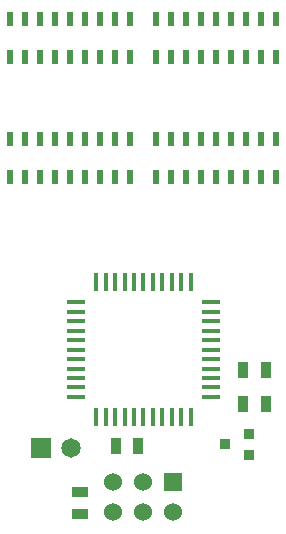
<source format=gbs>
G04 #@! TF.GenerationSoftware,KiCad,Pcbnew,(5.1.5)-3*
G04 #@! TF.CreationDate,2021-08-10T21:54:11+02:00*
G04 #@! TF.ProjectId,eam,65616d2e-6b69-4636-9164-5f7063625858,0429 -*
G04 #@! TF.SameCoordinates,Original*
G04 #@! TF.FileFunction,Soldermask,Bot*
G04 #@! TF.FilePolarity,Negative*
%FSLAX46Y46*%
G04 Gerber Fmt 4.6, Leading zero omitted, Abs format (unit mm)*
G04 Created by KiCad (PCBNEW (5.1.5)-3) date 2021-08-10 21:54:11*
%MOMM*%
%LPD*%
G04 APERTURE LIST*
%ADD10R,0.889000X1.397000*%
%ADD11R,1.651000X1.651000*%
%ADD12C,1.651000*%
%ADD13R,1.524000X1.524000*%
%ADD14C,1.524000*%
%ADD15R,0.914400X0.914400*%
%ADD16R,1.397000X0.889000*%
%ADD17R,0.406400X1.524000*%
%ADD18R,1.524000X0.406400*%
%ADD19R,0.508000X1.143000*%
G04 APERTURE END LIST*
D10*
X120747500Y-135400000D03*
X122652500Y-135400000D03*
X109947500Y-141900000D03*
X111852500Y-141900000D03*
D11*
X103630000Y-142000000D03*
D12*
X106170000Y-142000000D03*
D13*
X114840000Y-144930000D03*
D14*
X114840000Y-147470000D03*
X112300000Y-144930000D03*
X112300000Y-147470000D03*
X109760000Y-144930000D03*
X109760000Y-147470000D03*
D15*
X121216000Y-142589000D03*
X121216000Y-140811000D03*
X119184000Y-141700000D03*
D10*
X122652500Y-138300000D03*
X120747500Y-138300000D03*
D16*
X106900000Y-147652500D03*
X106900000Y-145747500D03*
D17*
X112300000Y-139415000D03*
X111499900Y-139415000D03*
X110699800Y-139415000D03*
X109899700Y-139415000D03*
X109099600Y-139415000D03*
X108299500Y-139415000D03*
X113100100Y-139415000D03*
X113900200Y-139415000D03*
X114700300Y-139415000D03*
X115500400Y-139415000D03*
X116300500Y-139415000D03*
X112300000Y-127985000D03*
X111499900Y-127985000D03*
X110699800Y-127985000D03*
X109899700Y-127985000D03*
X109099600Y-127985000D03*
X108299500Y-127985000D03*
X113100100Y-127985000D03*
X113900200Y-127985000D03*
X114700300Y-127985000D03*
X115500400Y-127985000D03*
X116300500Y-127985000D03*
D18*
X106585000Y-133700000D03*
X118015000Y-133700000D03*
X106585000Y-132899900D03*
X118015000Y-132899900D03*
X118015000Y-132099800D03*
X106585000Y-132099800D03*
X106585000Y-131299700D03*
X118015000Y-131299700D03*
X118015000Y-130499600D03*
X106585000Y-130499600D03*
X106585000Y-129699500D03*
X118015000Y-129699500D03*
X118015000Y-134500100D03*
X106585000Y-134500100D03*
X106585000Y-135300200D03*
X118015000Y-135300200D03*
X118015000Y-136100300D03*
X106585000Y-136100300D03*
X106585000Y-136900400D03*
X118015000Y-136900400D03*
X118015000Y-137700500D03*
X106585000Y-137700500D03*
D19*
X111145000Y-105745000D03*
X109875000Y-105745000D03*
X108605000Y-105745000D03*
X107335000Y-105745000D03*
X106065000Y-105745000D03*
X104795000Y-105745000D03*
X103525000Y-105745000D03*
X102255000Y-105745000D03*
X102255000Y-115905000D03*
X103525000Y-115905000D03*
X104795000Y-115905000D03*
X106065000Y-115905000D03*
X107335000Y-115905000D03*
X108605000Y-115905000D03*
X109875000Y-115905000D03*
X111145000Y-115905000D03*
X100985000Y-115905000D03*
X100985000Y-105745000D03*
X100985000Y-108920000D03*
X100985000Y-119080000D03*
X111145000Y-119080000D03*
X109875000Y-119080000D03*
X108605000Y-119080000D03*
X107335000Y-119080000D03*
X106065000Y-119080000D03*
X104795000Y-119080000D03*
X103525000Y-119080000D03*
X102255000Y-119080000D03*
X102255000Y-108920000D03*
X103525000Y-108920000D03*
X104795000Y-108920000D03*
X106065000Y-108920000D03*
X107335000Y-108920000D03*
X108605000Y-108920000D03*
X109875000Y-108920000D03*
X111145000Y-108920000D03*
X123545000Y-108920000D03*
X122275000Y-108920000D03*
X121005000Y-108920000D03*
X119735000Y-108920000D03*
X118465000Y-108920000D03*
X117195000Y-108920000D03*
X115925000Y-108920000D03*
X114655000Y-108920000D03*
X114655000Y-119080000D03*
X115925000Y-119080000D03*
X117195000Y-119080000D03*
X118465000Y-119080000D03*
X119735000Y-119080000D03*
X121005000Y-119080000D03*
X122275000Y-119080000D03*
X123545000Y-119080000D03*
X113385000Y-119080000D03*
X113385000Y-108920000D03*
X113385000Y-105745000D03*
X113385000Y-115905000D03*
X123545000Y-115905000D03*
X122275000Y-115905000D03*
X121005000Y-115905000D03*
X119735000Y-115905000D03*
X118465000Y-115905000D03*
X117195000Y-115905000D03*
X115925000Y-115905000D03*
X114655000Y-115905000D03*
X114655000Y-105745000D03*
X115925000Y-105745000D03*
X117195000Y-105745000D03*
X118465000Y-105745000D03*
X119735000Y-105745000D03*
X121005000Y-105745000D03*
X122275000Y-105745000D03*
X123545000Y-105745000D03*
M02*

</source>
